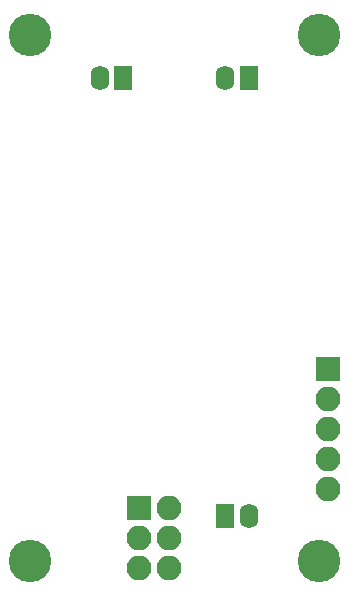
<source format=gbr>
G04 #@! TF.GenerationSoftware,KiCad,Pcbnew,5.1.5-52549c5~84~ubuntu18.04.1*
G04 #@! TF.CreationDate,2020-01-16T22:12:14+01:00*
G04 #@! TF.ProjectId,v4,76342e6b-6963-4616-945f-706362585858,rev?*
G04 #@! TF.SameCoordinates,Original*
G04 #@! TF.FileFunction,Soldermask,Bot*
G04 #@! TF.FilePolarity,Negative*
%FSLAX46Y46*%
G04 Gerber Fmt 4.6, Leading zero omitted, Abs format (unit mm)*
G04 Created by KiCad (PCBNEW 5.1.5-52549c5~84~ubuntu18.04.1) date 2020-01-16 22:12:14*
%MOMM*%
%LPD*%
G04 APERTURE LIST*
%ADD10R,1.600000X2.100000*%
%ADD11O,1.600000X2.100000*%
%ADD12C,3.600000*%
%ADD13R,2.100000X2.100000*%
%ADD14O,2.100000X2.100000*%
G04 APERTURE END LIST*
D10*
X123217600Y-54387600D03*
D11*
X121217600Y-54387600D03*
D12*
X129167600Y-50737600D03*
X104667600Y-50737600D03*
X104667600Y-95237600D03*
X129167600Y-95237600D03*
D13*
X129917600Y-78987600D03*
D14*
X129917600Y-81527600D03*
X129917600Y-84067600D03*
X129917600Y-86607600D03*
X129917600Y-89147600D03*
D13*
X113917600Y-90787600D03*
D14*
X116457600Y-90787600D03*
X113917600Y-93327600D03*
X116457600Y-93327600D03*
X113917600Y-95867600D03*
X116457600Y-95867600D03*
D10*
X121217600Y-91487600D03*
D11*
X123217600Y-91487600D03*
D10*
X112617600Y-54387600D03*
D11*
X110617600Y-54387600D03*
M02*

</source>
